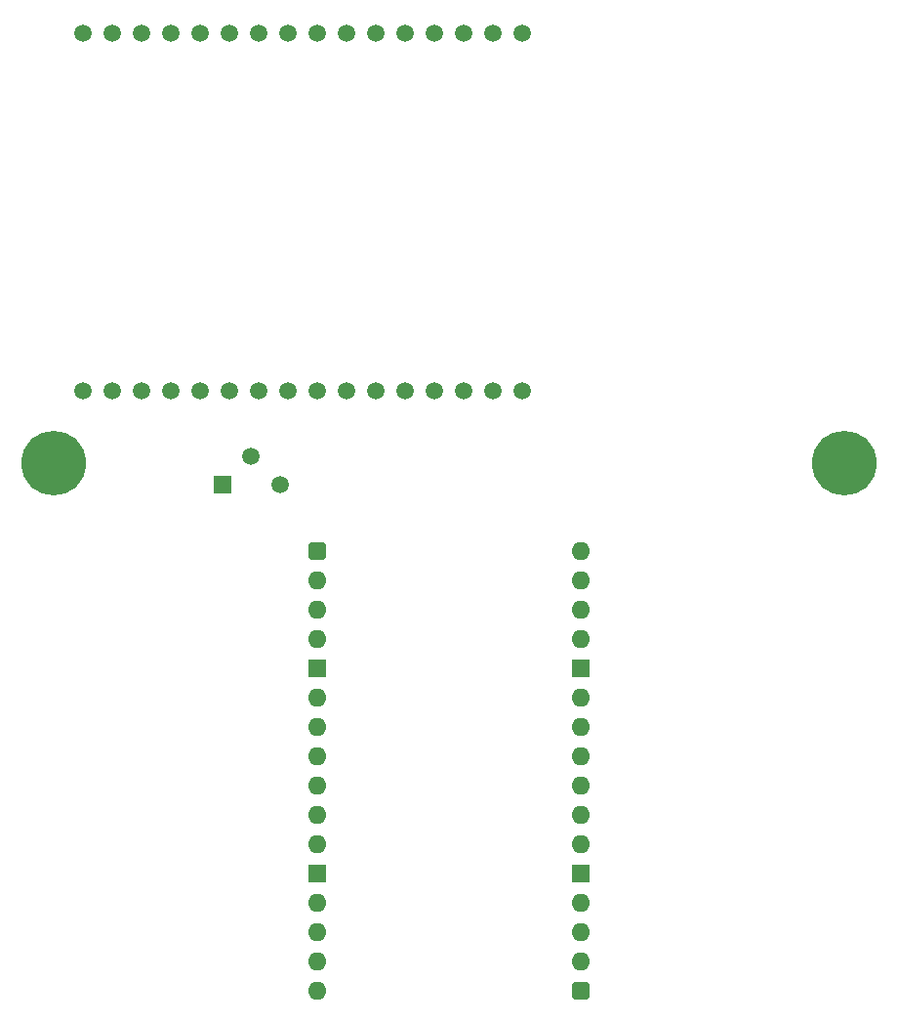
<source format=gbr>
%TF.GenerationSoftware,KiCad,Pcbnew,7.0.5*%
%TF.CreationDate,2024-01-10T18:43:09+02:00*%
%TF.ProjectId,LCD Display,4c434420-4469-4737-906c-61792e6b6963,rev?*%
%TF.SameCoordinates,Original*%
%TF.FileFunction,Soldermask,Bot*%
%TF.FilePolarity,Negative*%
%FSLAX46Y46*%
G04 Gerber Fmt 4.6, Leading zero omitted, Abs format (unit mm)*
G04 Created by KiCad (PCBNEW 7.0.5) date 2024-01-10 18:43:09*
%MOMM*%
%LPD*%
G01*
G04 APERTURE LIST*
G04 Aperture macros list*
%AMRoundRect*
0 Rectangle with rounded corners*
0 $1 Rounding radius*
0 $2 $3 $4 $5 $6 $7 $8 $9 X,Y pos of 4 corners*
0 Add a 4 corners polygon primitive as box body*
4,1,4,$2,$3,$4,$5,$6,$7,$8,$9,$2,$3,0*
0 Add four circle primitives for the rounded corners*
1,1,$1+$1,$2,$3*
1,1,$1+$1,$4,$5*
1,1,$1+$1,$6,$7*
1,1,$1+$1,$8,$9*
0 Add four rect primitives between the rounded corners*
20,1,$1+$1,$2,$3,$4,$5,0*
20,1,$1+$1,$4,$5,$6,$7,0*
20,1,$1+$1,$6,$7,$8,$9,0*
20,1,$1+$1,$8,$9,$2,$3,0*%
G04 Aperture macros list end*
%ADD10R,1.500000X1.500000*%
%ADD11C,1.500000*%
%ADD12C,5.600000*%
%ADD13RoundRect,0.400000X-0.400000X-0.400000X0.400000X-0.400000X0.400000X0.400000X-0.400000X0.400000X0*%
%ADD14O,1.600000X1.600000*%
%ADD15R,1.600000X1.600000*%
G04 APERTURE END LIST*
D10*
%TO.C,VR1*%
X139105000Y-93355000D03*
D11*
X141605000Y-90855000D03*
X144105000Y-93355000D03*
%TD*%
%TO.C,DS1*%
X127000000Y-85223000D03*
X129540000Y-85223000D03*
X132080000Y-85223000D03*
X134620000Y-85223000D03*
X137160000Y-85223000D03*
X139700000Y-85223000D03*
X142240000Y-85223000D03*
X144780000Y-85223000D03*
X147320000Y-85223000D03*
X149860000Y-85223000D03*
X152400000Y-85223000D03*
X154940000Y-85223000D03*
X157480000Y-85223000D03*
X160020000Y-85223000D03*
X162560000Y-85223000D03*
X165100000Y-85223000D03*
X127000000Y-54223000D03*
X129540000Y-54223000D03*
X132080000Y-54223000D03*
X134620000Y-54223000D03*
X137160000Y-54223000D03*
X139700000Y-54223000D03*
X142240000Y-54223000D03*
X144780000Y-54223000D03*
X147320000Y-54223000D03*
X149860000Y-54223000D03*
X152400000Y-54223000D03*
X154940000Y-54223000D03*
X157480000Y-54223000D03*
X160020000Y-54223000D03*
X162560000Y-54223000D03*
X165100000Y-54223000D03*
%TD*%
D12*
%TO.C,H1*%
X124460000Y-91440000D03*
%TD*%
%TO.C,H2*%
X193040000Y-91440000D03*
%TD*%
D13*
%TO.C,J1*%
X147320000Y-99060000D03*
D14*
X147320000Y-101600000D03*
X147320000Y-104140000D03*
X147320000Y-106680000D03*
D15*
X147320000Y-109220000D03*
D14*
X147320000Y-111760000D03*
X147320000Y-114300000D03*
X147320000Y-116840000D03*
X147320000Y-119380000D03*
X147320000Y-121920000D03*
X147320000Y-124460000D03*
D15*
X147320000Y-127000000D03*
D14*
X147320000Y-129540000D03*
X147320000Y-132080000D03*
X147320000Y-134620000D03*
X147320000Y-137160000D03*
D13*
X170180000Y-137160000D03*
D14*
X170180000Y-134620000D03*
X170180000Y-132080000D03*
X170180000Y-129540000D03*
D15*
X170180000Y-127000000D03*
D14*
X170180000Y-124460000D03*
X170180000Y-121920000D03*
X170180000Y-119380000D03*
X170180000Y-116840000D03*
X170180000Y-114300000D03*
X170180000Y-111760000D03*
D15*
X170180000Y-109220000D03*
D14*
X170180000Y-106680000D03*
X170180000Y-104140000D03*
X170180000Y-101600000D03*
X170180000Y-99060000D03*
%TD*%
M02*

</source>
